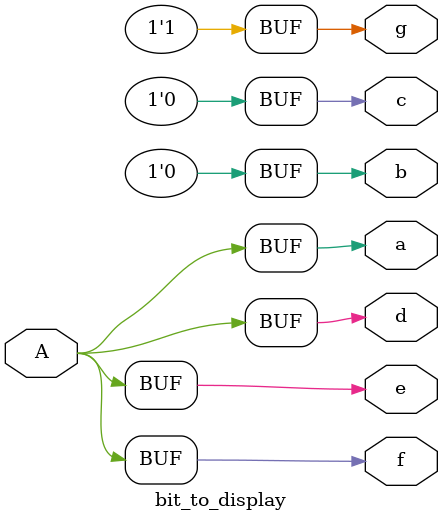
<source format=sv>
module bit_to_display(input logic A, output logic g, f, e, d, c, b, a);

	assign g = 1;
	assign f = A;
	assign e = A;
	assign d = A;
	assign c = 0;
	assign b = 0;
	assign a = A;
	
endmodule
</source>
